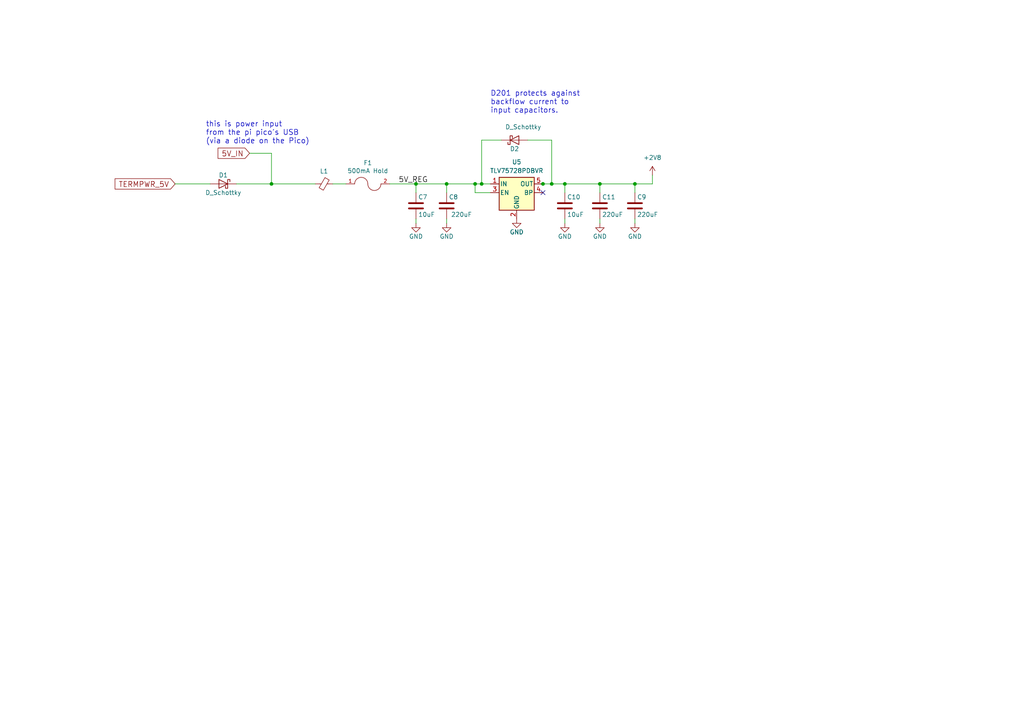
<source format=kicad_sch>
(kicad_sch (version 20230121) (generator eeschema)
  (paper "A4")
  (title_block (title "SillyTinySCSI") (rev "V2.0") (company "ZZJ / M.D.") (comment 1 "Derivative of ZuluSCSI Pico OSHW") (comment 2 "ZuluSCSI is a registered trademark of (C) Rabbit Hole Computing") (comment 3 "Descended from SCSI2SD, with special thanks to Michael McMaster"))
  (lib_symbols
    (symbol "Device:FerriteBead_Small" (pin_numbers hide) (pin_names (offset 0))
      (property "Reference" "FB" (at 1.905 1.27 0))
      (property "Value" "FerriteBead_Small" (at 1.905 -1.27 0))
      (symbol "FerriteBead_Small_0_1"
        (polyline (pts (xy 0 -1.27) (xy 0 -0.7874)))
        (polyline (pts (xy 0 0.889) (xy 0 1.2954)))
        (polyline (pts (xy -1.8288 0.2794) (xy -1.1176 1.4986) (xy 1.8288 -0.2032) (xy 1.1176 -1.4224) (xy -1.8288 0.2794)))
      )
      (symbol "FerriteBead_Small_1_1"
        (pin passive line (at 0 2.54 270) (length 1.27) (name "~") (number "1"))
        (pin passive line (at 0 -2.54 90) (length 1.27) (name "~") (number "2"))
      )
    )
    (symbol "Regulator_Linear:MIC5219-2.85YM5" (pin_names (offset 0.254))
      (property "Reference" "U" (at -3.81 5.715 0))
      (property "Value" "MIC5219-2.85YM5" (at 0 5.715 0))
      (symbol "MIC5219-2.85YM5_0_1"
        (rectangle (start -5.08 4.445) (end 5.08 -5.08) (stroke (width 0.254)) (fill (type background)))
      )
      (symbol "MIC5219-2.85YM5_1_1"
        (pin power_in line (at -7.62 2.54 0) (length 2.54) (name "IN") (number "1"))
        (pin power_in line (at 0 -7.62 90) (length 2.54) (name "GND") (number "2"))
        (pin input line (at -7.62 0 0) (length 2.54) (name "EN") (number "3"))
        (pin input line (at 7.62 0 180) (length 2.54) (name "BP") (number "4"))
        (pin power_out line (at 7.62 2.54 180) (length 2.54) (name "OUT") (number "5"))
      )
    )
    (symbol "power:+2V8" (power) (pin_names (offset 0))
      (property "Value" "+2V8" (at 0 3.556 0))
      (symbol "+2V8_0_1"
        (polyline (pts (xy -0.762 1.27) (xy 0 2.54)))
        (polyline (pts (xy 0 0) (xy 0 2.54)))
        (polyline (pts (xy 0 2.54) (xy 0.762 1.27)))
      )
      (symbol "+2V8_1_1"
        (pin power_in line (at 0 0 90) (length 0) hide (name "+2V8") (number "1"))
      )
    )
    (symbol "zuluscsi-rescue:C" (pin_numbers hide) (pin_names (offset 0.254))
      (property "Reference" "C" (at 0.635 2.54 0))
      (property "Value" "C" (at 0.635 -2.54 0))
      (symbol "C_0_1"
        (polyline (pts (xy -2.032 -0.762) (xy 2.032 -0.762)) (stroke (width 0.508)))
        (polyline (pts (xy -2.032 0.762) (xy 2.032 0.762)) (stroke (width 0.508)))
      )
      (symbol "C_1_1"
        (pin passive line (at 0 3.81 270) (length 2.794) (name "~") (number "1"))
        (pin passive line (at 0 -3.81 90) (length 2.794) (name "~") (number "2"))
      )
    )
    (symbol "zuluscsi-rescue:D_Schottky" (pin_numbers hide) (pin_names (offset 1.016) hide)
      (property "Reference" "D" (at 0 2.54 0))
      (property "Value" "D_Schottky" (at 0 -2.54 0))
      (symbol "D_Schottky_0_1"
        (polyline (pts (xy 1.27 0) (xy -1.27 0)))
        (polyline (pts (xy 1.27 1.27) (xy 1.27 -1.27) (xy -1.27 0) (xy 1.27 1.27)) (stroke (width 0.2032)))
        (polyline (pts (xy -1.905 0.635) (xy -1.905 1.27) (xy -1.27 1.27) (xy -1.27 -1.27) (xy -0.635 -1.27) (xy -0.635 -0.635)) (stroke (width 0.2032)))
      )
      (symbol "D_Schottky_1_1"
        (pin passive line (at -3.81 0 0) (length 2.54) (name "K") (number "1"))
        (pin passive line (at 3.81 0 180) (length 2.54) (name "A") (number "2"))
      )
    )
    (symbol "zuluscsi-rescue:FUSE" (pin_names (offset 0.254))
      (property "Reference" "F" (at 2.54 1.27 0))
      (property "Value" "FUSE" (at -2.54 -1.27 0))
      (symbol "FUSE_0_1"
        (arc (start 0 0) (mid -1.905 1.8967) (end -3.81 0))
        (arc (start 0 0) (mid 1.905 -1.8967) (end 3.81 0))
      )
      (symbol "FUSE_1_1"
        (pin input line (at -6.35 0 0) (length 2.54) (name "~") (number "1"))
        (pin input line (at 6.35 0 180) (length 2.54) (name "~") (number "2"))
      )
    )
    (symbol "zuluscsi-rescue:GND" (power) (pin_names (offset 0))
      (property "Value" "GND" (at 0 -3.81 0))
      (symbol "GND_0_1"
        (polyline (pts (xy 0 0) (xy 0 -1.27) (xy 1.27 -1.27) (xy 0 -2.54) (xy -1.27 -1.27) (xy 0 -1.27)))
      )
      (symbol "GND_1_1"
        (pin power_in line (at 0 0 270) (length 0) hide (name "GND") (number "1"))
      )
    )
  )
  (junction (at 129.54 53.34))
  (junction (at 157.48 53.34))
  (junction (at 139.7 53.34))
  (junction (at 78.74 53.34))
  (junction (at 184.15 53.34))
  (junction (at 120.65 53.34))
  (junction (at 137.795 53.34))
  (junction (at 160.02 53.34))
  (junction (at 163.83 53.34))
  (junction (at 173.99 53.34))
  (no_connect (at 157.48 55.88))
  (wire (pts (xy 160.02 53.34) (xy 163.83 53.34)))
  (wire (pts (xy 184.15 63.5) (xy 184.15 64.77)))
  (wire (pts (xy 173.99 55.88) (xy 173.99 53.34)))
  (wire (pts (xy 145.415 40.64) (xy 139.7 40.64)))
  (wire (pts (xy 120.65 64.77) (xy 120.65 63.5)))
  (wire (pts (xy 129.54 55.88) (xy 129.54 53.34)))
  (wire (pts (xy 137.795 55.88) (xy 137.795 53.34)))
  (wire (pts (xy 173.99 53.34) (xy 184.15 53.34)))
  (wire (pts (xy 156.845 53.34) (xy 157.48 53.34)))
  (wire (pts (xy 68.58 53.34) (xy 78.74 53.34)))
  (wire (pts (xy 139.7 53.34) (xy 142.24 53.34)))
  (wire (pts (xy 129.54 64.77) (xy 129.54 63.5)))
  (wire (pts (xy 137.795 55.88) (xy 142.24 55.88)))
  (wire (pts (xy 157.48 53.34) (xy 160.02 53.34)))
  (wire (pts (xy 173.99 64.77) (xy 173.99 63.5)))
  (wire (pts (xy 163.83 64.77) (xy 163.83 63.5)))
  (wire (pts (xy 129.54 53.34) (xy 137.795 53.34)))
  (wire (pts (xy 163.83 55.88) (xy 163.83 53.34)))
  (wire (pts (xy 139.7 40.64) (xy 139.7 53.34)))
  (wire (pts (xy 184.15 53.34) (xy 189.23 53.34)))
  (wire (pts (xy 50.8 53.34) (xy 60.96 53.34)))
  (wire (pts (xy 189.23 53.34) (xy 189.23 50.8)))
  (wire (pts (xy 78.74 53.34) (xy 91.44 53.34)))
  (wire (pts (xy 96.52 53.34) (xy 100.33 53.34)))
  (wire (pts (xy 184.15 55.88) (xy 184.15 53.34)))
  (wire (pts (xy 113.03 53.34) (xy 120.65 53.34)))
  (wire (pts (xy 139.7 53.34) (xy 137.795 53.34)))
  (wire (pts (xy 163.83 53.34) (xy 173.99 53.34)))
  (wire (pts (xy 78.74 44.45) (xy 78.74 53.34)))
  (wire (pts (xy 153.035 40.64) (xy 160.02 40.64)))
  (wire (pts (xy 160.02 40.64) (xy 160.02 53.34)))
  (wire (pts (xy 120.65 55.88) (xy 120.65 53.34)))
  (wire (pts (xy 72.39 44.45) (xy 78.74 44.45)))
  (wire (pts (xy 120.65 53.34) (xy 129.54 53.34)))
  (text "D201 protects against\nbackflow current to\ninput capacitors." (at 142.24 33.02 0) (effects (font (size 1.524 1.524)) (justify left bottom)))
  (text "this is power input \nfrom the pi pico's USB\n(via a diode on the Pico)\n" (at 59.69 41.91 0) (effects (font (size 1.524 1.524)) (justify left bottom)))
  (label "5V_REG" (at 115.57 53.34 0) (effects (font (size 1.524 1.524))))
  (global_label "5V_IN" (shape input) (at 72.39 44.45 180) (effects (font (size 1.524 1.524))) (property "Intersheetrefs" "${INTERSHEET_REFS}" (effects hide)))
  (global_label "TERMPWR_5V" (shape input) (at 50.8 53.34 180) (effects (font (size 1.524 1.524))) (property "Intersheetrefs" "${INTERSHEET_REFS}" (effects hide)))
  (symbol (lib_id "zuluscsi-rescue:GND") (at 149.86 63.5 0) (unit 1)
    (property "Reference" "#PWR031" (effects hide))
    (property "Value" "GND" (at 149.86 67.31 0))
  )
  (symbol (lib_id "zuluscsi-rescue:C") (at 163.83 59.69 0) (unit 1)
    (property "Reference" "C10" (at 164.465 57.15 0) (effects (justify left)))
    (property "Value" "10uF" (at 164.465 62.23 0) (effects (justify left)))
    (property "Footprint" "Capacitor_SMD:C_0805_2012Metric" (effects hide))
    (property "LCSC" "C15850" (effects hide))
    (property "Manufacturer" "Samsung" (effects hide))
    (property "PartNumber" "CL21A106KPFNNNG" (effects hide))
    (property "digikey" "1276-6456-1-ND " (effects hide))
  )
  (symbol (lib_id "zuluscsi-rescue:GND") (at 163.83 64.77 0) (unit 1)
    (property "Reference" "#PWR032" (effects hide))
    (property "Value" "GND" (at 163.83 68.58 0))
  )
  (symbol (lib_id "zuluscsi-rescue:GND") (at 173.99 64.77 0) (unit 1)
    (property "Reference" "#PWR033" (effects hide))
    (property "Value" "GND" (at 173.99 68.58 0))
  )
  (symbol (lib_id "zuluscsi-rescue:D_Schottky") (at 149.225 40.64 0) (mirror x) (unit 1)
    (property "Reference" "D2" (at 149.225 43.18 0))
    (property "Value" "D_Schottky" (at 151.765 36.83 0))
    (property "Footprint" "Diode_SMD:D_SOD-323" (effects hide))
    (property "LCSC" "C191023" (effects hide))
  )
  (symbol (lib_id "zuluscsi-rescue:GND") (at 129.54 64.77 0) (unit 1)
    (property "Reference" "#PWR029" (effects hide))
    (property "Value" "GND" (at 129.54 68.58 0))
  )
  (symbol (lib_id "zuluscsi-rescue:FUSE") (at 106.68 53.34 0) (unit 1)
    (property "Reference" "F1" (at 106.68 47.244 0))
    (property "Value" "500mA Hold" (at 106.68 49.5554 0))
    (property "Footprint" "Fuse:Fuse_1206_3216Metric" (effects hide))
    (property "LCSC" "C369160" (effects hide))
    (property "Manufacturer" "Bel Fuse Inc" (effects hide))
    (property "PartNumber" "0ZCJ0050FF2G" (effects hide))
    (property "digikey" "507-1802-1-ND" (effects hide))
  )
  (symbol (lib_id "zuluscsi-rescue:C") (at 120.65 59.69 0) (unit 1)
    (property "Reference" "C7" (at 121.285 57.15 0) (effects (justify left)))
    (property "Value" "10uF" (at 121.285 62.23 0) (effects (justify left)))
    (property "Footprint" "Capacitor_SMD:C_0805_2012Metric" (effects hide))
    (property "LCSC" "C15850" (effects hide))
    (property "Manufacturer" "Samsung" (effects hide))
    (property "PartNumber" "CL21A106KPFNNNG" (effects hide))
    (property "digikey" "1276-6456-1-ND " (effects hide))
  )
  (symbol (lib_id "zuluscsi-rescue:C") (at 129.54 59.69 0) (unit 1)
    (property "Reference" "C8" (at 130.175 57.15 0) (effects (justify left)))
    (property "Value" "220uF" (at 130.81 62.23 0) (effects (justify left)))
    (property "Footprint" "Capacitor_Tantalum_SMD:CP_EIA-6032-15_Kemet-U_Pad2.25x2.35mm_HandSolder" (effects hide))
    (property "LCSC" "C8023" (effects hide))
    (property "Manufacturer" "AVX" (effects hide))
    (property "PartNumber" "TAJC227K010RNJ" (effects hide))
    (property "digikey" "478-4774-1-ND" (effects hide))
  )
  (symbol (lib_id "Device:FerriteBead_Small") (at 93.98 53.34 270) (unit 1)
    (property "Reference" "L1" (at 93.98 49.657 90))
    (property "Value" "Ferrite_Bead_Small" (effects hide))
    (property "Footprint" "Inductor_SMD:L_0603_1608Metric" (effects hide))
    (property "LCSC" "C1002" (effects hide))
    (property "Manufacturer" "Pulse Electronics Network" (effects hide))
    (property "PartNumber" "PE-0603FB601ST" (effects hide))
    (property "digikey" "553-2384-2-ND" (effects hide))
  )
  (symbol (lib_id "zuluscsi-rescue:C") (at 173.99 59.69 0) (unit 1)
    (property "Reference" "C11" (at 174.625 57.15 0) (effects (justify left)))
    (property "Value" "220uF" (at 174.625 62.23 0) (effects (justify left)))
    (property "Footprint" "Capacitor_Tantalum_SMD:CP_EIA-6032-15_Kemet-U_Pad2.25x2.35mm_HandSolder" (effects hide))
    (property "LCSC" "C8023" (effects hide))
    (property "Manufacturer" "AVX" (effects hide))
    (property "PartNumber" "TAJC227K010RNJ" (effects hide))
    (property "digikey" "478-4774-1-ND" (effects hide))
  )
  (symbol (lib_id "zuluscsi-rescue:GND") (at 184.15 64.77 0) (unit 1)
    (property "Reference" "#PWR030" (effects hide))
    (property "Value" "GND" (at 184.15 68.58 0))
  )
  (symbol (lib_id "Regulator_Linear:MIC5219-2.85YM5") (at 149.86 55.88 0) (unit 1)
    (property "Reference" "U5" (at 149.86 46.99 0))
    (property "Value" "TLV75728PDBVR" (at 149.86 49.53 0))
    (property "Footprint" "Package_TO_SOT_SMD:SOT-23-5" (effects hide))
    (property "LCSC" "C2863639" (effects hide))
    (property "Manufacturer" "TI" (effects hide))
    (property "PartNumber" "TLV75728PDBVR" (effects hide))
    (property "digikey" "296-51816-1-ND " (effects hide))
  )
  (symbol (lib_id "zuluscsi-rescue:GND") (at 120.65 64.77 0) (unit 1)
    (property "Reference" "#PWR028" (effects hide))
    (property "Value" "GND" (at 120.65 68.58 0))
  )
  (symbol (lib_id "power:+2V8") (at 189.23 50.8 0) (unit 1)
    (property "Reference" "#PWR034" (effects hide))
    (property "Value" "+2V8" (at 189.23 45.72 0))
  )
  (symbol (lib_id "zuluscsi-rescue:C") (at 184.15 59.69 0) (unit 1)
    (property "Reference" "C9" (at 184.785 57.15 0) (effects (justify left)))
    (property "Value" "220uF" (at 184.785 62.23 0) (effects (justify left)))
    (property "Footprint" "Capacitor_Tantalum_SMD:CP_EIA-6032-15_Kemet-U_Pad2.25x2.35mm_HandSolder" (effects hide))
    (property "LCSC" "C8023" (effects hide))
    (property "Manufacturer" "AVX" (effects hide))
    (property "PartNumber" "TAJC227K010RNJ" (effects hide))
    (property "digikey" "478-4774-1-ND" (effects hide))
  )
  (symbol (lib_id "zuluscsi-rescue:D_Schottky") (at 64.77 53.34 0) (mirror y) (unit 1)
    (property "Reference" "D1" (at 64.77 50.8 0))
    (property "Value" "D_Schottky" (at 64.77 55.88 0))
    (property "Footprint" "Diode_SMD:D_SOD-323" (effects hide))
    (property "LCSC" "C191023" (effects hide))
  )
)
</source>
